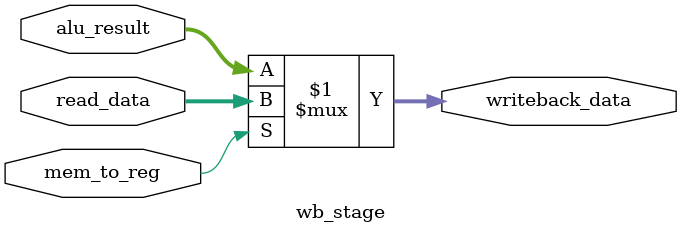
<source format=v>
module wb_stage (
    input  wire        mem_to_reg,     // 1: use memory data, 0: use ALU result
    input  wire [31:0] alu_result,
    input  wire [31:0] read_data,
    output wire [31:0] writeback_data
);

    assign writeback_data = (mem_to_reg) ? read_data : alu_result;

endmodule

</source>
